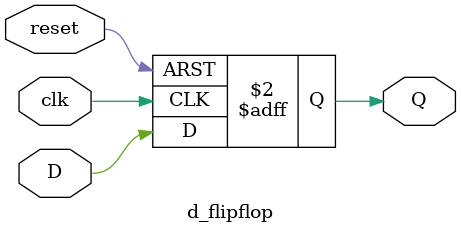
<source format=v>
module d_flipflop(
    input  wire clk,
    input  wire reset,
    input  wire D,
    output reg  Q
);
    always @(posedge clk or posedge reset)
        if (reset)
            Q <= 0;
        else
            Q <= D;
endmodule

</source>
